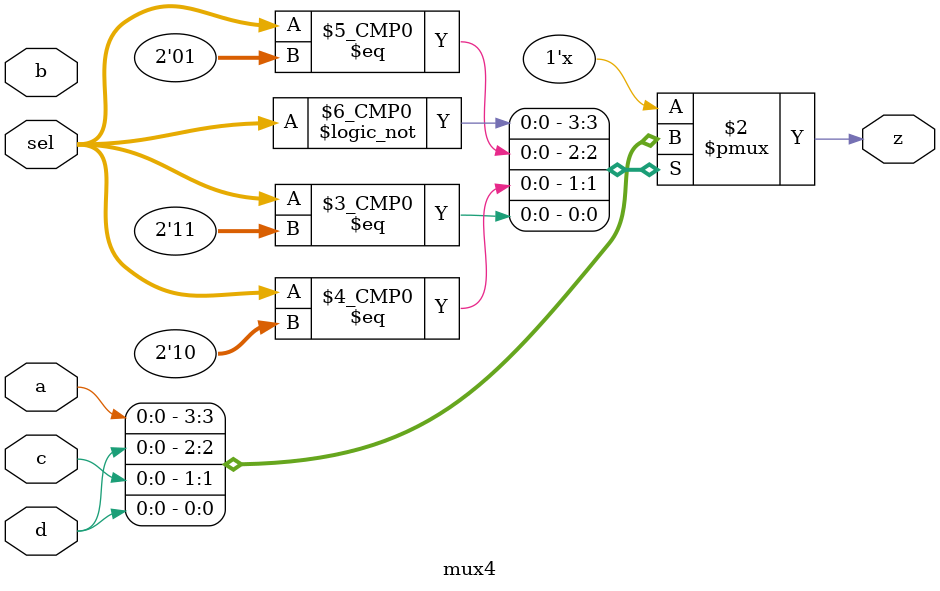
<source format=v>
module mux4 (sel, a, b, c, d, z);

input[1:0] sel;
input a, b, c, d;
output z;
reg z;

always @(sel or a or b or c or d) begin
    case (sel)
        2'b00: z <= a;
        2'b01: z <= d;
        2'b10: z <= c;
        2'b11: z <= d; 
        default: z <= 0;
    endcase
end

    
endmodule
</source>
